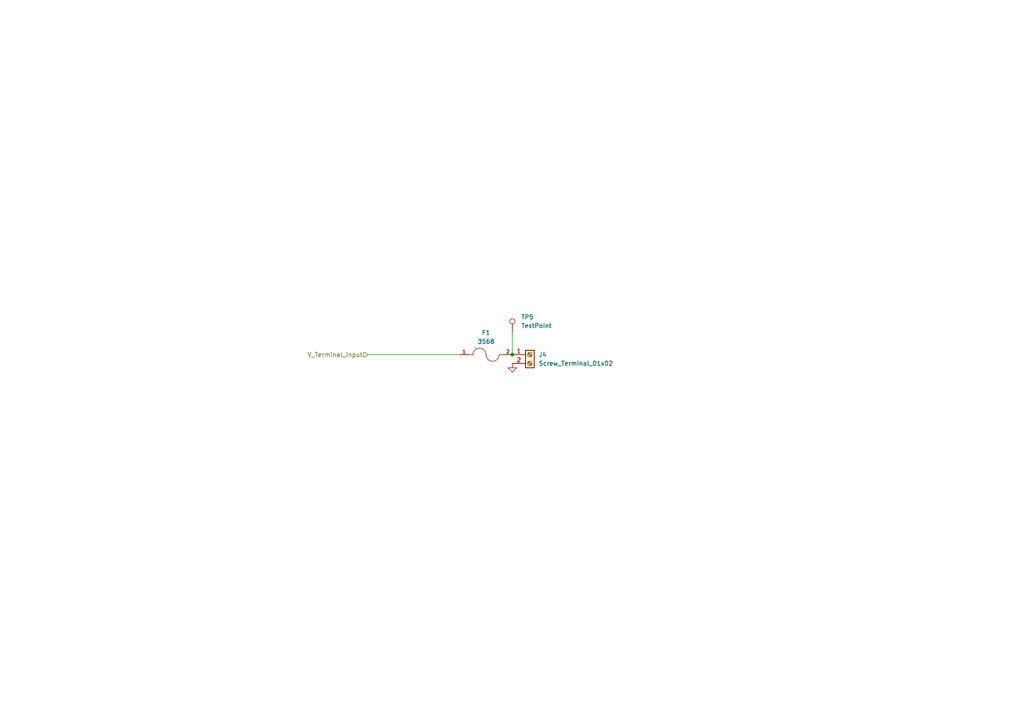
<source format=kicad_sch>
(kicad_sch (version 20230121) (generator eeschema)
  (paper "A4")
  (lib_symbols
    (symbol "3568:3568" (pin_names (offset 1.016))
      (property "Reference" "F" (at -2.54 5.08 0))
      (property "Value" "3568" (at -2.54 -5.08 0))
      (symbol "3568_0_0"
        (arc (start 0 0) (mid -1.905 1.8967) (end -3.81 0) (stroke (width 0.1524)))
        (polyline (pts (xy -5.08 0) (xy -3.81 0)) (stroke (width 0.1524)))
        (polyline (pts (xy 5.08 0) (xy 3.81 0)) (stroke (width 0.1524)))
        (arc (start 0 0) (mid 1.905 -1.8967) (end 3.81 0) (stroke (width 0.1524)))
        (pin passive line (at -7.62 0 0) (length 2.54) (name "~") (number "1"))
        (pin passive line (at 7.62 0 180) (length 2.54) (name "~") (number "2"))
      )
    )
    (symbol "Connector:Screw_Terminal_01x02" (pin_names (offset 1.016) hide)
      (property "Reference" "J" (at 0 2.54 0))
      (property "Value" "Screw_Terminal_01x02" (at 0 -5.08 0))
      (symbol "Screw_Terminal_01x02_1_1"
        (rectangle (start -1.27 1.27) (end 1.27 -3.81) (stroke (width 0.254)) (fill (type background)))
        (circle (center 0 -2.54) (radius 0.635) (stroke (width 0.1524)))
        (polyline (pts (xy -0.5334 -2.2098) (xy 0.3302 -3.048)) (stroke (width 0.1524)))
        (polyline (pts (xy -0.5334 0.3302) (xy 0.3302 -0.508)) (stroke (width 0.1524)))
        (polyline (pts (xy -0.3556 -2.032) (xy 0.508 -2.8702)) (stroke (width 0.1524)))
        (polyline (pts (xy -0.3556 0.508) (xy 0.508 -0.3302)) (stroke (width 0.1524)))
        (circle (center 0 0) (radius 0.635) (stroke (width 0.1524)))
        (pin passive line (at -5.08 0 0) (length 3.81) (name "Pin_1") (number "1"))
        (pin passive line (at -5.08 -2.54 0) (length 3.81) (name "Pin_2") (number "2"))
      )
    )
    (symbol "Connector:TestPoint" (pin_numbers hide) (pin_names (offset 0.762) hide)
      (property "Reference" "TP" (at 0 6.858 0))
      (property "Value" "TestPoint" (at 0 5.08 0))
      (symbol "TestPoint_0_1"
        (circle (center 0 3.302) (radius 0.762))
      )
      (symbol "TestPoint_1_1"
        (pin passive line (at 0 0 90) (length 2.54) (name "1") (number "1"))
      )
    )
    (symbol "power:GND" (power) (pin_names (offset 0))
      (property "Value" "GND" (at 0 -3.81 0))
      (symbol "GND_0_1"
        (polyline (pts (xy 0 0) (xy 0 -1.27) (xy 1.27 -1.27) (xy 0 -2.54) (xy -1.27 -1.27) (xy 0 -1.27)))
      )
      (symbol "GND_1_1"
        (pin power_in line (at 0 0 270) (length 0) hide (name "GND") (number "1"))
      )
    )
  )
  (junction (at 148.59 102.87))
  (wire (pts (xy 106.68 102.87) (xy 133.35 102.87)))
  (wire (pts (xy 148.59 96.52) (xy 148.59 102.87)))
  (hierarchical_label "V_Terminal_input" (shape input) (at 106.68 102.87 180))
  (symbol (lib_id "power:GND") (at 148.59 105.41 0) (unit 1)
    (property "Reference" "#PWR013" (effects hide))
    (property "Value" "GND" (effects hide))
    (instances (project "power_distribution_board" (path "" (reference "#PWR013") (unit 1)) (path "" (reference "#PWR020") (unit 1)) (path "" (reference "#PWR021") (unit 1)) (path "" (reference "#PWR022") (unit 1)) (path "" (reference "#PWR023") (unit 1)) (path "" (reference "#PWR024") (unit 1)) (path "" (reference "#PWR025") (unit 1)) (path "" (reference "#PWR028") (unit 1)) (path "" (reference "#PWR026") (unit 1)) (path "" (reference "#PWR029") (unit 1)) (path "" (reference "#PWR027") (unit 1))))
  )
  (symbol (lib_id "Connector:Screw_Terminal_01x02") (at 153.67 102.87 0) (unit 1)
    (property "Reference" "J4" (at 156.21 102.87 0) (effects (justify left)))
    (property "Value" "Screw_Terminal_01x02" (at 156.21 105.41 0) (effects (justify left)))
    (property "Footprint" "TerminalBlock:TerminalBlock_Wuerth_691311400102_P7.62mm" (effects hide))
    (instances (project "power_distribution_board" (path "" (reference "J4") (unit 1)) (path "" (reference "J3") (unit 1)) (path "" (reference "J14") (unit 1)) (path "" (reference "J15") (unit 1)) (path "" (reference "J16") (unit 1)) (path "" (reference "J17") (unit 1)) (path "" (reference "J18") (unit 1)) (path "" (reference "J21") (unit 1)) (path "" (reference "J19") (unit 1)) (path "" (reference "J22") (unit 1)) (path "" (reference "J20") (unit 1))))
  )
  (symbol (lib_id "Connector:TestPoint") (at 148.59 96.52 0) (unit 1)
    (property "Reference" "TP5" (at 151.13 91.948 0) (effects (justify left)))
    (property "Value" "TestPoint" (at 151.13 94.488 0) (effects (justify left)))
    (instances (project "power_distribution_board" (path "" (reference "TP5") (unit 1)) (path "" (reference "TP6") (unit 1)) (path "" (reference "TP7") (unit 1)) (path "" (reference "TP8") (unit 1)) (path "" (reference "TP9") (unit 1)) (path "" (reference "TP10") (unit 1)) (path "" (reference "TP11") (unit 1)) (path "" (reference "TP12") (unit 1)) (path "" (reference "TP13") (unit 1)) (path "" (reference "TP14") (unit 1))))
  )
  (symbol (lib_id "3568:3568") (at 140.97 102.87 0) (unit 1)
    (property "Reference" "F1" (at 140.97 96.52 0))
    (property "Value" "3568" (at 140.97 99.06 0))
    (property "Footprint" "Fuse:Fuseholder_Blade_Mini_Keystone_3568" (effects hide))
    (property "PARTREV" "C" (effects hide))
    (property "MANUFACTURER" "Keystone" (effects hide))
    (property "SNAPEDA_PN" "3568" (effects hide))
    (property "MAXIMUM_PACKAGE_HEIGHT" "7.37 mm" (effects hide))
    (property "STANDARD" "Manufacturer Recommendations" (effects hide))
    (instances (project "power_distribution_board" (path "" (reference "F1") (unit 1)) (path "" (reference "F11") (unit 1)) (path "" (reference "F12") (unit 1)) (path "" (reference "F13") (unit 1)) (path "" (reference "F14") (unit 1)) (path "" (reference "F15") (unit 1)) (path "" (reference "F16") (unit 1)) (path "" (reference "F19") (unit 1)) (path "" (reference "F17") (unit 1)) (path "" (reference "F20") (unit 1)) (path "" (reference "F18") (unit 1))))
  )
)
</source>
